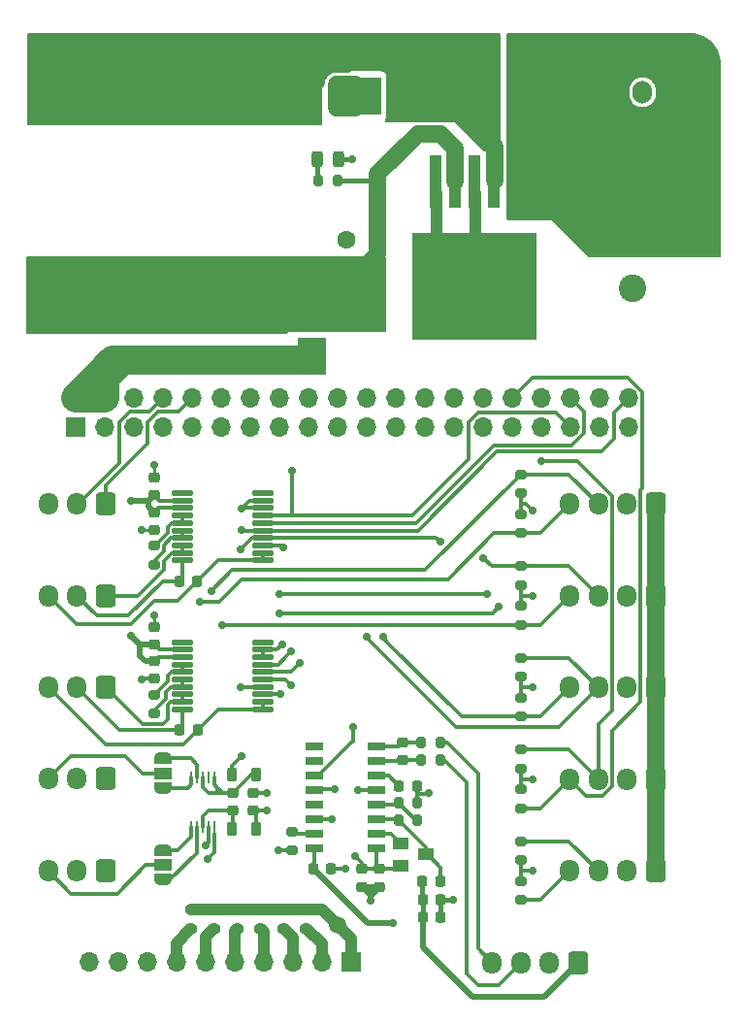
<source format=gbr>
%TF.GenerationSoftware,KiCad,Pcbnew,(6.0.9-0)*%
%TF.CreationDate,2023-01-29T21:41:41+00:00*%
%TF.ProjectId,FiringPi,46697269-6e67-4506-992e-6b696361645f,rev?*%
%TF.SameCoordinates,Original*%
%TF.FileFunction,Copper,L1,Top*%
%TF.FilePolarity,Positive*%
%FSLAX46Y46*%
G04 Gerber Fmt 4.6, Leading zero omitted, Abs format (unit mm)*
G04 Created by KiCad (PCBNEW (6.0.9-0)) date 2023-01-29 21:41:41*
%MOMM*%
%LPD*%
G01*
G04 APERTURE LIST*
G04 Aperture macros list*
%AMRoundRect*
0 Rectangle with rounded corners*
0 $1 Rounding radius*
0 $2 $3 $4 $5 $6 $7 $8 $9 X,Y pos of 4 corners*
0 Add a 4 corners polygon primitive as box body*
4,1,4,$2,$3,$4,$5,$6,$7,$8,$9,$2,$3,0*
0 Add four circle primitives for the rounded corners*
1,1,$1+$1,$2,$3*
1,1,$1+$1,$4,$5*
1,1,$1+$1,$6,$7*
1,1,$1+$1,$8,$9*
0 Add four rect primitives between the rounded corners*
20,1,$1+$1,$2,$3,$4,$5,0*
20,1,$1+$1,$4,$5,$6,$7,0*
20,1,$1+$1,$6,$7,$8,$9,0*
20,1,$1+$1,$8,$9,$2,$3,0*%
%AMFreePoly0*
4,1,22,0.550000,-0.750000,0.000000,-0.750000,0.000000,-0.745033,-0.079941,-0.743568,-0.215256,-0.701293,-0.333266,-0.622738,-0.424486,-0.514219,-0.481581,-0.384460,-0.499164,-0.250000,-0.500000,-0.250000,-0.500000,0.250000,-0.499164,0.250000,-0.499963,0.256109,-0.478152,0.396186,-0.417904,0.524511,-0.324060,0.630769,-0.204165,0.706417,-0.067858,0.745374,0.000000,0.744959,0.000000,0.750000,
0.550000,0.750000,0.550000,-0.750000,0.550000,-0.750000,$1*%
%AMFreePoly1*
4,1,20,0.000000,0.744959,0.073905,0.744508,0.209726,0.703889,0.328688,0.626782,0.421226,0.519385,0.479903,0.390333,0.500000,0.250000,0.500000,-0.250000,0.499851,-0.262216,0.476331,-0.402017,0.414519,-0.529596,0.319384,-0.634700,0.198574,-0.708877,0.061801,-0.746166,0.000000,-0.745033,0.000000,-0.750000,-0.550000,-0.750000,-0.550000,0.750000,0.000000,0.750000,0.000000,0.744959,
0.000000,0.744959,$1*%
G04 Aperture macros list end*
%TA.AperFunction,SMDPad,CuDef*%
%ADD10RoundRect,0.225000X-0.225000X-0.250000X0.225000X-0.250000X0.225000X0.250000X-0.225000X0.250000X0*%
%TD*%
%TA.AperFunction,ComponentPad*%
%ADD11R,2.400000X2.400000*%
%TD*%
%TA.AperFunction,ComponentPad*%
%ADD12C,2.400000*%
%TD*%
%TA.AperFunction,SMDPad,CuDef*%
%ADD13RoundRect,0.200000X-0.275000X0.200000X-0.275000X-0.200000X0.275000X-0.200000X0.275000X0.200000X0*%
%TD*%
%TA.AperFunction,SMDPad,CuDef*%
%ADD14FreePoly0,270.000000*%
%TD*%
%TA.AperFunction,SMDPad,CuDef*%
%ADD15R,1.500000X1.000000*%
%TD*%
%TA.AperFunction,SMDPad,CuDef*%
%ADD16FreePoly1,270.000000*%
%TD*%
%TA.AperFunction,ComponentPad*%
%ADD17RoundRect,0.250000X0.600000X0.725000X-0.600000X0.725000X-0.600000X-0.725000X0.600000X-0.725000X0*%
%TD*%
%TA.AperFunction,ComponentPad*%
%ADD18O,1.700000X1.950000*%
%TD*%
%TA.AperFunction,SMDPad,CuDef*%
%ADD19RoundRect,0.218750X0.218750X0.381250X-0.218750X0.381250X-0.218750X-0.381250X0.218750X-0.381250X0*%
%TD*%
%TA.AperFunction,SMDPad,CuDef*%
%ADD20RoundRect,0.225000X0.250000X-0.225000X0.250000X0.225000X-0.250000X0.225000X-0.250000X-0.225000X0*%
%TD*%
%TA.AperFunction,SMDPad,CuDef*%
%ADD21RoundRect,0.200000X0.275000X-0.200000X0.275000X0.200000X-0.275000X0.200000X-0.275000X-0.200000X0*%
%TD*%
%TA.AperFunction,SMDPad,CuDef*%
%ADD22RoundRect,0.225000X-0.250000X0.225000X-0.250000X-0.225000X0.250000X-0.225000X0.250000X0.225000X0*%
%TD*%
%TA.AperFunction,SMDPad,CuDef*%
%ADD23RoundRect,0.200000X-0.200000X-0.275000X0.200000X-0.275000X0.200000X0.275000X-0.200000X0.275000X0*%
%TD*%
%TA.AperFunction,SMDPad,CuDef*%
%ADD24RoundRect,0.243750X0.243750X0.456250X-0.243750X0.456250X-0.243750X-0.456250X0.243750X-0.456250X0*%
%TD*%
%TA.AperFunction,SMDPad,CuDef*%
%ADD25RoundRect,0.218750X0.381250X-0.218750X0.381250X0.218750X-0.381250X0.218750X-0.381250X-0.218750X0*%
%TD*%
%TA.AperFunction,SMDPad,CuDef*%
%ADD26RoundRect,0.125000X-0.825000X-0.125000X0.825000X-0.125000X0.825000X0.125000X-0.825000X0.125000X0*%
%TD*%
%TA.AperFunction,SMDPad,CuDef*%
%ADD27R,1.400000X1.000000*%
%TD*%
%TA.AperFunction,SMDPad,CuDef*%
%ADD28R,2.500000X3.300000*%
%TD*%
%TA.AperFunction,SMDPad,CuDef*%
%ADD29O,17.907000X2.159000*%
%TD*%
%TA.AperFunction,SMDPad,CuDef*%
%ADD30R,1.525000X0.700000*%
%TD*%
%TA.AperFunction,ComponentPad*%
%ADD31RoundRect,0.250000X-0.600000X-0.750000X0.600000X-0.750000X0.600000X0.750000X-0.600000X0.750000X0*%
%TD*%
%TA.AperFunction,ComponentPad*%
%ADD32O,1.700000X2.000000*%
%TD*%
%TA.AperFunction,SMDPad,CuDef*%
%ADD33RoundRect,0.218750X-0.218750X-0.381250X0.218750X-0.381250X0.218750X0.381250X-0.218750X0.381250X0*%
%TD*%
%TA.AperFunction,SMDPad,CuDef*%
%ADD34RoundRect,0.200000X0.200000X0.275000X-0.200000X0.275000X-0.200000X-0.275000X0.200000X-0.275000X0*%
%TD*%
%TA.AperFunction,SMDPad,CuDef*%
%ADD35R,0.250000X1.100000*%
%TD*%
%TA.AperFunction,ComponentPad*%
%ADD36R,1.700000X1.700000*%
%TD*%
%TA.AperFunction,ComponentPad*%
%ADD37O,1.700000X1.700000*%
%TD*%
%TA.AperFunction,SMDPad,CuDef*%
%ADD38R,1.100000X4.600000*%
%TD*%
%TA.AperFunction,SMDPad,CuDef*%
%ADD39R,10.800000X9.400000*%
%TD*%
%TA.AperFunction,SMDPad,CuDef*%
%ADD40RoundRect,0.218750X-0.218750X-0.256250X0.218750X-0.256250X0.218750X0.256250X-0.218750X0.256250X0*%
%TD*%
%TA.AperFunction,ComponentPad*%
%ADD41C,1.600000*%
%TD*%
%TA.AperFunction,ComponentPad*%
%ADD42R,1.600000X1.600000*%
%TD*%
%TA.AperFunction,ViaPad*%
%ADD43C,0.700000*%
%TD*%
%TA.AperFunction,ViaPad*%
%ADD44C,1.500000*%
%TD*%
%TA.AperFunction,Conductor*%
%ADD45C,0.400000*%
%TD*%
%TA.AperFunction,Conductor*%
%ADD46C,1.500000*%
%TD*%
%TA.AperFunction,Conductor*%
%ADD47C,0.500000*%
%TD*%
%TA.AperFunction,Conductor*%
%ADD48C,0.300000*%
%TD*%
%TA.AperFunction,Conductor*%
%ADD49C,1.000000*%
%TD*%
%TA.AperFunction,Conductor*%
%ADD50C,0.250000*%
%TD*%
%TA.AperFunction,Conductor*%
%ADD51C,2.500000*%
%TD*%
G04 APERTURE END LIST*
D10*
%TO.P,C4,1*%
%TO.N,Net-(C3-Pad1)*%
X63175000Y-98500000D03*
%TO.P,C4,2*%
%TO.N,GND*%
X64725000Y-98500000D03*
%TD*%
D11*
%TO.P,C1,1*%
%TO.N,+24V*%
X81500000Y-40176041D03*
D12*
%TO.P,C1,2*%
%TO.N,GND*%
X81500000Y-45176041D03*
%TD*%
D13*
%TO.P,R22,1*%
%TO.N,+3.3V*%
X71750000Y-80925000D03*
%TO.P,R22,2*%
%TO.N,SDA4*%
X71750000Y-82575000D03*
%TD*%
D14*
%TO.P,JP2,1,A*%
%TO.N,Net-(JP2-Pad1)*%
X40500000Y-94200000D03*
D15*
%TO.P,JP2,2,C*%
%TO.N,Net-(JP2-Pad2)*%
X40500000Y-95500000D03*
D16*
%TO.P,JP2,3,B*%
%TO.N,Net-(JP2-Pad3)*%
X40500000Y-96800000D03*
%TD*%
D10*
%TO.P,C16,1*%
%TO.N,Net-(C16-Pad1)*%
X41975000Y-70750000D03*
%TO.P,C16,2*%
%TO.N,Net-(C16-Pad2)*%
X43525000Y-70750000D03*
%TD*%
D17*
%TO.P,J12,1,Pin_1*%
%TO.N,RX*%
X35500000Y-63975000D03*
D18*
%TO.P,J12,2,Pin_2*%
%TO.N,TX*%
X33000000Y-63975000D03*
%TO.P,J12,3,Pin_3*%
%TO.N,GND*%
X30500000Y-63975000D03*
%TD*%
D19*
%TO.P,FB2,1*%
%TO.N,+5V*%
X48662500Y-92400000D03*
%TO.P,FB2,2*%
%TO.N,Net-(C10-Pad1)*%
X46537500Y-92400000D03*
%TD*%
D13*
%TO.P,R20,1*%
%TO.N,+3.3V*%
X71750000Y-72925000D03*
%TO.P,R20,2*%
%TO.N,SDA3*%
X71750000Y-74575000D03*
%TD*%
D17*
%TO.P,PT0,1,Pin_1*%
%TO.N,+3.3V*%
X83500000Y-64025000D03*
D18*
%TO.P,PT0,2,Pin_2*%
%TO.N,GND*%
X81000000Y-64025000D03*
%TO.P,PT0,3,Pin_3*%
%TO.N,SCL1*%
X78500000Y-64025000D03*
%TO.P,PT0,4,Pin_4*%
%TO.N,SDA1*%
X76000000Y-64025000D03*
%TD*%
D17*
%TO.P,PT6,1,Pin_1*%
%TO.N,+5V*%
X35500000Y-96000000D03*
D18*
%TO.P,PT6,2,Pin_2*%
%TO.N,GND*%
X33000000Y-96000000D03*
%TO.P,PT6,3,Pin_3*%
%TO.N,Net-(JP2-Pad2)*%
X30500000Y-96000000D03*
%TD*%
D20*
%TO.P,C10,1*%
%TO.N,Net-(C10-Pad1)*%
X46600000Y-90775000D03*
%TO.P,C10,2*%
%TO.N,Net-(C10-Pad2)*%
X46600000Y-89225000D03*
%TD*%
D21*
%TO.P,R17,1*%
%TO.N,+3.3V*%
X71750000Y-63075000D03*
%TO.P,R17,2*%
%TO.N,SCL1*%
X71750000Y-61425000D03*
%TD*%
D22*
%TO.P,C9,1*%
%TO.N,+5V*%
X57900000Y-95850000D03*
%TO.P,C9,2*%
%TO.N,GND*%
X57900000Y-97400000D03*
%TD*%
D21*
%TO.P,R9,1*%
%TO.N,RLY5*%
X43000000Y-101075000D03*
%TO.P,R9,2*%
%TO.N,GND*%
X43000000Y-99425000D03*
%TD*%
D20*
%TO.P,C5,1*%
%TO.N,Net-(C5-Pad1)*%
X61400000Y-86375000D03*
%TO.P,C5,2*%
%TO.N,Net-(C5-Pad2)*%
X61400000Y-84825000D03*
%TD*%
D23*
%TO.P,R10,1*%
%TO.N,Net-(C5-Pad1)*%
X63075000Y-86350000D03*
%TO.P,R10,2*%
%TO.N,Net-(LC0-Pad3)*%
X64725000Y-86350000D03*
%TD*%
D24*
%TO.P,D2,1,K*%
%TO.N,GND*%
X55837500Y-33900000D03*
%TO.P,D2,2,A*%
%TO.N,Net-(D2-Pad2)*%
X53962500Y-33900000D03*
%TD*%
D25*
%TO.P,FB1,2*%
%TO.N,Net-(C2-Pad1)*%
X53621320Y-48187500D03*
%TO.P,FB1,1*%
%TO.N,+5V*%
X53621320Y-50312500D03*
%TD*%
D26*
%TO.P,U6,1,~{DRDY}*%
%TO.N,unconnected-(U6-Pad1)*%
X42250000Y-63075000D03*
%TO.P,U6,2,DVDD*%
%TO.N,+3.3V*%
X42250000Y-63725000D03*
%TO.P,U6,3,VDD*%
X42250000Y-64375000D03*
%TO.P,U6,4,BIAS*%
%TO.N,Net-(R15-Pad1)*%
X42250000Y-65025000D03*
%TO.P,U6,5,REFIN+*%
X42250000Y-65675000D03*
%TO.P,U6,6,REFIN-*%
%TO.N,Net-(R15-Pad2)*%
X42250000Y-66325000D03*
%TO.P,U6,7,ISENSOR*%
X42250000Y-66975000D03*
%TO.P,U6,8,FORCE+*%
%TO.N,Net-(RTD0-Pad1)*%
X42250000Y-67625000D03*
%TO.P,U6,9,FORCE2*%
X42250000Y-68275000D03*
%TO.P,U6,10,RTDIN+*%
%TO.N,Net-(C16-Pad1)*%
X42250000Y-68925000D03*
%TO.P,U6,11,RTDIN-*%
%TO.N,Net-(C16-Pad2)*%
X49250000Y-68925000D03*
%TO.P,U6,12,FORCE-*%
X49250000Y-68275000D03*
%TO.P,U6,13,GND*%
%TO.N,GND*%
X49250000Y-67625000D03*
%TO.P,U6,14,SDI*%
%TO.N,MOSI*%
X49250000Y-66975000D03*
%TO.P,U6,15,SCLK*%
%TO.N,SCLK*%
X49250000Y-66325000D03*
%TO.P,U6,16,~{CS}*%
%TO.N,CS0*%
X49250000Y-65675000D03*
%TO.P,U6,17,SDO*%
%TO.N,MISO*%
X49250000Y-65025000D03*
%TO.P,U6,18,DGND*%
%TO.N,GND*%
X49250000Y-64375000D03*
%TO.P,U6,19,GND*%
X49250000Y-63725000D03*
%TO.P,U6,20,NC*%
%TO.N,unconnected-(U6-Pad20)*%
X49250000Y-63075000D03*
%TD*%
D13*
%TO.P,R16,2*%
%TO.N,Net-(R16-Pad2)*%
X39750000Y-82325000D03*
%TO.P,R16,1*%
%TO.N,Net-(R16-Pad1)*%
X39750000Y-80675000D03*
%TD*%
D27*
%TO.P,Q1,B*%
%TO.N,Net-(IC1-Pad2)*%
X61300000Y-93650000D03*
%TO.P,Q1,C*%
%TO.N,Net-(IC1-Pad3)*%
X63500000Y-94600000D03*
%TO.P,Q1,E*%
%TO.N,+5V*%
X61300000Y-95550000D03*
%TD*%
D17*
%TO.P,PT2,1,Pin_1*%
%TO.N,+3.3V*%
X83500000Y-80025000D03*
D18*
%TO.P,PT2,2,Pin_2*%
%TO.N,GND*%
X81000000Y-80025000D03*
%TO.P,PT2,3,Pin_3*%
%TO.N,SCL4*%
X78500000Y-80025000D03*
%TO.P,PT2,4,Pin_4*%
%TO.N,SDA4*%
X76000000Y-80025000D03*
%TD*%
D22*
%TO.P,C13,1*%
%TO.N,+3.3V*%
X39750000Y-64725000D03*
%TO.P,C13,2*%
%TO.N,GND*%
X39750000Y-66275000D03*
%TD*%
D13*
%TO.P,R24,1*%
%TO.N,+3.3V*%
X71750000Y-88925000D03*
%TO.P,R24,2*%
%TO.N,SDA5*%
X71750000Y-90575000D03*
%TD*%
D23*
%TO.P,R13,1*%
%TO.N,Net-(IC1-Pad4)*%
X61075000Y-90100000D03*
%TO.P,R13,2*%
%TO.N,GND*%
X62725000Y-90100000D03*
%TD*%
D14*
%TO.P,JP1,1,A*%
%TO.N,Net-(JP1-Pad1)*%
X40500000Y-86200000D03*
D15*
%TO.P,JP1,2,C*%
%TO.N,Net-(JP1-Pad2)*%
X40500000Y-87500000D03*
D16*
%TO.P,JP1,3,B*%
%TO.N,Net-(JP1-Pad3)*%
X40500000Y-88800000D03*
%TD*%
D13*
%TO.P,R18,1*%
%TO.N,+3.3V*%
X71750000Y-64925000D03*
%TO.P,R18,2*%
%TO.N,SDA1*%
X71750000Y-66575000D03*
%TD*%
D21*
%TO.P,R23,1*%
%TO.N,+3.3V*%
X71750000Y-87075000D03*
%TO.P,R23,2*%
%TO.N,SCL5*%
X71750000Y-85425000D03*
%TD*%
D10*
%TO.P,C6,1*%
%TO.N,Net-(C6-Pad1)*%
X61125000Y-88600000D03*
%TO.P,C6,2*%
%TO.N,GND*%
X62675000Y-88600000D03*
%TD*%
D20*
%TO.P,C14,1*%
%TO.N,+3.3V*%
X39750000Y-76275000D03*
%TO.P,C14,2*%
%TO.N,GND*%
X39750000Y-74725000D03*
%TD*%
D17*
%TO.P,LC0,1,Pin_1*%
%TO.N,Net-(C3-Pad1)*%
X76750000Y-104025000D03*
D18*
%TO.P,LC0,2,Pin_2*%
%TO.N,GND*%
X74250000Y-104025000D03*
%TO.P,LC0,3,Pin_3*%
%TO.N,Net-(LC0-Pad3)*%
X71750000Y-104025000D03*
%TO.P,LC0,4,Pin_4*%
%TO.N,Net-(LC0-Pad4)*%
X69250000Y-104025000D03*
%TD*%
D28*
%TO.P,D1,1,K*%
%TO.N,Net-(D1-Pad1)*%
X65075000Y-28425000D03*
%TO.P,D1,2,A*%
%TO.N,GND*%
X58275000Y-28425000D03*
%TD*%
D10*
%TO.P,C3,1*%
%TO.N,Net-(C3-Pad1)*%
X63175000Y-100100000D03*
%TO.P,C3,2*%
%TO.N,GND*%
X64725000Y-100100000D03*
%TD*%
D13*
%TO.P,R26,1*%
%TO.N,+3.3V*%
X71750000Y-96925000D03*
%TO.P,R26,2*%
%TO.N,SDA6*%
X71750000Y-98575000D03*
%TD*%
D21*
%TO.P,R5,1*%
%TO.N,RLY1*%
X51000000Y-101075000D03*
%TO.P,R5,2*%
%TO.N,GND*%
X51000000Y-99425000D03*
%TD*%
D22*
%TO.P,C8,1*%
%TO.N,+5V*%
X59400000Y-95850000D03*
%TO.P,C8,2*%
%TO.N,GND*%
X59400000Y-97400000D03*
%TD*%
D29*
%TO.P,L7,2*%
%TO.N,Net-(C2-Pad1)*%
X38621320Y-47662320D03*
%TO.P,L7,1*%
%TO.N,Net-(D1-Pad1)*%
X38621320Y-26580320D03*
%TD*%
D20*
%TO.P,C12,1*%
%TO.N,+3.3V*%
X39750000Y-63275000D03*
%TO.P,C12,2*%
%TO.N,GND*%
X39750000Y-61725000D03*
%TD*%
D30*
%TO.P,IC1,1,VSUP*%
%TO.N,+5V*%
X59112000Y-94045000D03*
%TO.P,IC1,2,BASE*%
%TO.N,Net-(IC1-Pad2)*%
X59112000Y-92775000D03*
%TO.P,IC1,3,AVDD*%
%TO.N,Net-(IC1-Pad3)*%
X59112000Y-91505000D03*
%TO.P,IC1,4,VFB*%
%TO.N,Net-(IC1-Pad4)*%
X59112000Y-90235000D03*
%TO.P,IC1,5,AGND*%
%TO.N,GND*%
X59112000Y-88965000D03*
%TO.P,IC1,6,VBG*%
%TO.N,Net-(C6-Pad1)*%
X59112000Y-87695000D03*
%TO.P,IC1,7,INNA*%
%TO.N,Net-(C5-Pad1)*%
X59112000Y-86425000D03*
%TO.P,IC1,8,INPA*%
%TO.N,Net-(C5-Pad2)*%
X59112000Y-85155000D03*
%TO.P,IC1,9,INNB*%
%TO.N,unconnected-(IC1-Pad9)*%
X53688000Y-85155000D03*
%TO.P,IC1,10,INPB*%
%TO.N,unconnected-(IC1-Pad10)*%
X53688000Y-86425000D03*
%TO.P,IC1,11,PD_SCK*%
%TO.N,LC_CLK*%
X53688000Y-87695000D03*
%TO.P,IC1,12,DOUT*%
%TO.N,LC_DAT*%
X53688000Y-88965000D03*
%TO.P,IC1,13,XO*%
%TO.N,unconnected-(IC1-Pad13)*%
X53688000Y-90235000D03*
%TO.P,IC1,14,XI*%
%TO.N,GND*%
X53688000Y-91505000D03*
%TO.P,IC1,15,RATE*%
%TO.N,Net-(IC1-Pad15)*%
X53688000Y-92775000D03*
%TO.P,IC1,16,DVDD*%
%TO.N,+3.3V*%
X53688000Y-94045000D03*
%TD*%
D10*
%TO.P,C7,1*%
%TO.N,+3.3V*%
X53625000Y-95850000D03*
%TO.P,C7,2*%
%TO.N,GND*%
X55175000Y-95850000D03*
%TD*%
D23*
%TO.P,R11,1*%
%TO.N,Net-(C5-Pad2)*%
X63075000Y-84850000D03*
%TO.P,R11,2*%
%TO.N,Net-(LC0-Pad4)*%
X64725000Y-84850000D03*
%TD*%
%TO.P,R12,2*%
%TO.N,Net-(IC1-Pad4)*%
X62725000Y-91600000D03*
%TO.P,R12,1*%
%TO.N,Net-(IC1-Pad3)*%
X61075000Y-91600000D03*
%TD*%
D31*
%TO.P,24V1,1,Pin_1*%
%TO.N,+24V*%
X79871320Y-28096320D03*
D32*
%TO.P,24V1,2,Pin_2*%
%TO.N,GND*%
X82371320Y-28096320D03*
%TD*%
D33*
%TO.P,FB3,1*%
%TO.N,GND*%
X46537500Y-87600000D03*
%TO.P,FB3,2*%
%TO.N,Net-(C10-Pad2)*%
X48662500Y-87600000D03*
%TD*%
D21*
%TO.P,R21,1*%
%TO.N,+3.3V*%
X71750000Y-79075000D03*
%TO.P,R21,2*%
%TO.N,SCL4*%
X71750000Y-77425000D03*
%TD*%
D17*
%TO.P,RTD0,1,Pin_1*%
%TO.N,Net-(RTD0-Pad1)*%
X35500000Y-72000000D03*
D18*
%TO.P,RTD0,2,Pin_2*%
%TO.N,Net-(C16-Pad1)*%
X33000000Y-72000000D03*
%TO.P,RTD0,3,Pin_3*%
%TO.N,Net-(C16-Pad2)*%
X30500000Y-72000000D03*
%TD*%
D34*
%TO.P,R1,2*%
%TO.N,Net-(D2-Pad2)*%
X54075000Y-35800000D03*
%TO.P,R1,1*%
%TO.N,Net-(C2-Pad1)*%
X55725000Y-35800000D03*
%TD*%
D22*
%TO.P,C15,1*%
%TO.N,+3.3V*%
X39750000Y-77725000D03*
%TO.P,C15,2*%
%TO.N,GND*%
X39750000Y-79275000D03*
%TD*%
D20*
%TO.P,C11,1*%
%TO.N,+5V*%
X48400000Y-90775000D03*
%TO.P,C11,2*%
%TO.N,GND*%
X48400000Y-89225000D03*
%TD*%
D21*
%TO.P,R19,1*%
%TO.N,+3.3V*%
X71750000Y-71075000D03*
%TO.P,R19,2*%
%TO.N,SCL3*%
X71750000Y-69425000D03*
%TD*%
%TO.P,R8,1*%
%TO.N,RLY4*%
X45000000Y-101075000D03*
%TO.P,R8,2*%
%TO.N,GND*%
X45000000Y-99425000D03*
%TD*%
%TO.P,R7,1*%
%TO.N,RLY3*%
X47000000Y-101075000D03*
%TO.P,R7,2*%
%TO.N,GND*%
X47000000Y-99425000D03*
%TD*%
D35*
%TO.P,U5,1,ADDR*%
%TO.N,Net-(C10-Pad2)*%
X45000000Y-87850000D03*
%TO.P,U5,2,ALERT/RDY*%
%TO.N,unconnected-(U5-Pad2)*%
X44500000Y-87850000D03*
%TO.P,U5,3,GND*%
%TO.N,Net-(C10-Pad2)*%
X44000000Y-87850000D03*
%TO.P,U5,4,AIN0*%
%TO.N,Net-(JP1-Pad1)*%
X43500000Y-87850000D03*
%TO.P,U5,5,AIN1*%
%TO.N,Net-(JP1-Pad3)*%
X43000000Y-87850000D03*
%TO.P,U5,6,AIN2*%
%TO.N,Net-(JP2-Pad1)*%
X43000000Y-92150000D03*
%TO.P,U5,7,AIN3*%
%TO.N,Net-(JP2-Pad3)*%
X43500000Y-92150000D03*
%TO.P,U5,8,VDD*%
%TO.N,Net-(C10-Pad1)*%
X44000000Y-92150000D03*
%TO.P,U5,9,SDA*%
%TO.N,SDA1*%
X44500000Y-92150000D03*
%TO.P,U5,10,SCL*%
%TO.N,SCL1*%
X45000000Y-92150000D03*
%TD*%
D17*
%TO.P,RTD1,1,Pin_1*%
%TO.N,Net-(RTD1-Pad1)*%
X35500000Y-80000000D03*
D18*
%TO.P,RTD1,2,Pin_2*%
%TO.N,Net-(C17-Pad1)*%
X33000000Y-80000000D03*
%TO.P,RTD1,3,Pin_3*%
%TO.N,Net-(C17-Pad2)*%
X30500000Y-80000000D03*
%TD*%
D10*
%TO.P,C17,1*%
%TO.N,Net-(C17-Pad1)*%
X42000000Y-83750000D03*
%TO.P,C17,2*%
%TO.N,Net-(C17-Pad2)*%
X43550000Y-83750000D03*
%TD*%
D17*
%TO.P,PT5,1,Pin_1*%
%TO.N,+5V*%
X35500000Y-87975000D03*
D18*
%TO.P,PT5,2,Pin_2*%
%TO.N,GND*%
X33000000Y-87975000D03*
%TO.P,PT5,3,Pin_3*%
%TO.N,Net-(JP1-Pad2)*%
X30500000Y-87975000D03*
%TD*%
D36*
%TO.P,RELAY1,1,Pin_1*%
%TO.N,GND*%
X56925000Y-104000000D03*
D37*
%TO.P,RELAY1,2,Pin_2*%
%TO.N,RLY0*%
X54385000Y-104000000D03*
%TO.P,RELAY1,3,Pin_3*%
%TO.N,RLY1*%
X51845000Y-104000000D03*
%TO.P,RELAY1,4,Pin_4*%
%TO.N,RLY2*%
X49305000Y-104000000D03*
%TO.P,RELAY1,5,Pin_5*%
%TO.N,RLY3*%
X46765000Y-104000000D03*
%TO.P,RELAY1,6,Pin_6*%
%TO.N,RLY4*%
X44225000Y-104000000D03*
%TO.P,RELAY1,7,Pin_7*%
%TO.N,RLY5*%
X41685000Y-104000000D03*
%TO.P,RELAY1,8,Pin_8*%
%TO.N,unconnected-(RELAY1-Pad8)*%
X39145000Y-104000000D03*
%TO.P,RELAY1,9,Pin_9*%
%TO.N,unconnected-(RELAY1-Pad9)*%
X36605000Y-104000000D03*
%TO.P,RELAY1,10,Pin_10*%
%TO.N,+5V*%
X34065000Y-104000000D03*
%TD*%
D21*
%TO.P,R25,1*%
%TO.N,+3.3V*%
X71750000Y-95075000D03*
%TO.P,R25,2*%
%TO.N,SCL6*%
X71750000Y-93425000D03*
%TD*%
D17*
%TO.P,PT3,1,Pin_1*%
%TO.N,+3.3V*%
X83500000Y-88025000D03*
D18*
%TO.P,PT3,2,Pin_2*%
%TO.N,GND*%
X81000000Y-88025000D03*
%TO.P,PT3,3,Pin_3*%
%TO.N,SCL5*%
X78500000Y-88025000D03*
%TO.P,PT3,4,Pin_4*%
%TO.N,SDA5*%
X76000000Y-88025000D03*
%TD*%
D21*
%TO.P,R4,1*%
%TO.N,RLY0*%
X53000000Y-101075000D03*
%TO.P,R4,2*%
%TO.N,GND*%
X53000000Y-99425000D03*
%TD*%
D13*
%TO.P,R15,2*%
%TO.N,Net-(R15-Pad2)*%
X39750000Y-69325000D03*
%TO.P,R15,1*%
%TO.N,Net-(R15-Pad1)*%
X39750000Y-67675000D03*
%TD*%
D21*
%TO.P,R14,1*%
%TO.N,+5V*%
X51800000Y-94225000D03*
%TO.P,R14,2*%
%TO.N,Net-(IC1-Pad15)*%
X51800000Y-92575000D03*
%TD*%
D17*
%TO.P,PT1,1,Pin_1*%
%TO.N,+3.3V*%
X83500000Y-72050000D03*
D18*
%TO.P,PT1,2,Pin_2*%
%TO.N,GND*%
X81000000Y-72050000D03*
%TO.P,PT1,3,Pin_3*%
%TO.N,SCL3*%
X78500000Y-72050000D03*
%TO.P,PT1,4,Pin_4*%
%TO.N,SDA3*%
X76000000Y-72050000D03*
%TD*%
D21*
%TO.P,R6,1*%
%TO.N,RLY2*%
X49000000Y-101075000D03*
%TO.P,R6,2*%
%TO.N,GND*%
X49000000Y-99425000D03*
%TD*%
D18*
%TO.P,PT4,4,Pin_4*%
%TO.N,SDA6*%
X76000000Y-96025000D03*
%TO.P,PT4,3,Pin_3*%
%TO.N,SCL6*%
X78500000Y-96025000D03*
%TO.P,PT4,2,Pin_2*%
%TO.N,GND*%
X81000000Y-96025000D03*
D17*
%TO.P,PT4,1,Pin_1*%
%TO.N,+3.3V*%
X83500000Y-96025000D03*
%TD*%
D26*
%TO.P,U7,1,~{DRDY}*%
%TO.N,unconnected-(U7-Pad1)*%
X42250000Y-76075000D03*
%TO.P,U7,2,DVDD*%
%TO.N,+3.3V*%
X42250000Y-76725000D03*
%TO.P,U7,3,VDD*%
X42250000Y-77375000D03*
%TO.P,U7,4,BIAS*%
%TO.N,Net-(R16-Pad1)*%
X42250000Y-78025000D03*
%TO.P,U7,5,REFIN+*%
X42250000Y-78675000D03*
%TO.P,U7,6,REFIN-*%
%TO.N,Net-(R16-Pad2)*%
X42250000Y-79325000D03*
%TO.P,U7,7,ISENSOR*%
X42250000Y-79975000D03*
%TO.P,U7,8,FORCE+*%
%TO.N,Net-(RTD1-Pad1)*%
X42250000Y-80625000D03*
%TO.P,U7,9,FORCE2*%
X42250000Y-81275000D03*
%TO.P,U7,10,RTDIN+*%
%TO.N,Net-(C17-Pad1)*%
X42250000Y-81925000D03*
%TO.P,U7,11,RTDIN-*%
%TO.N,Net-(C17-Pad2)*%
X49250000Y-81925000D03*
%TO.P,U7,12,FORCE-*%
X49250000Y-81275000D03*
%TO.P,U7,13,GND*%
%TO.N,GND*%
X49250000Y-80625000D03*
%TO.P,U7,14,SDI*%
%TO.N,MOSI*%
X49250000Y-79975000D03*
%TO.P,U7,15,SCLK*%
%TO.N,SCLK*%
X49250000Y-79325000D03*
%TO.P,U7,16,~{CS}*%
%TO.N,CS1*%
X49250000Y-78675000D03*
%TO.P,U7,17,SDO*%
%TO.N,MISO*%
X49250000Y-78025000D03*
%TO.P,U7,18,DGND*%
%TO.N,GND*%
X49250000Y-77375000D03*
%TO.P,U7,19,GND*%
X49250000Y-76725000D03*
%TO.P,U7,20,NC*%
%TO.N,unconnected-(U7-Pad20)*%
X49250000Y-76075000D03*
%TD*%
D38*
%TO.P,U4,5,~{ON}/OFF*%
%TO.N,GND*%
X64325000Y-35875000D03*
%TO.P,U4,4,FB*%
%TO.N,Net-(C2-Pad1)*%
X66025000Y-35875000D03*
D39*
%TO.P,U4,3,GND*%
%TO.N,GND*%
X67725000Y-45025000D03*
D38*
X67725000Y-35875000D03*
%TO.P,U4,2,OUT*%
%TO.N,Net-(D1-Pad1)*%
X69425000Y-35875000D03*
%TO.P,U4,1,VIN*%
%TO.N,+24V*%
X71125000Y-35875000D03*
%TD*%
D40*
%TO.P,L6,1*%
%TO.N,Net-(C3-Pad1)*%
X63162500Y-96900000D03*
%TO.P,L6,2*%
%TO.N,Net-(IC1-Pad3)*%
X64737500Y-96900000D03*
%TD*%
D41*
%TO.P,C2,2*%
%TO.N,GND*%
X56500000Y-41000000D03*
D42*
%TO.P,C2,1*%
%TO.N,Net-(C2-Pad1)*%
X56500000Y-44500000D03*
%TD*%
D36*
%TO.P,P1,1,Pin_1*%
%TO.N,+3.3V*%
X32900000Y-57290000D03*
D37*
%TO.P,P1,2,Pin_2*%
%TO.N,+5V*%
X32900000Y-54750000D03*
%TO.P,P1,3,Pin_3*%
%TO.N,SDA1*%
X35440000Y-57290000D03*
%TO.P,P1,4,Pin_4*%
%TO.N,+5V*%
X35440000Y-54750000D03*
%TO.P,P1,5,Pin_5*%
%TO.N,SCL1*%
X37980000Y-57290000D03*
%TO.P,P1,6,Pin_6*%
%TO.N,GND*%
X37980000Y-54750000D03*
%TO.P,P1,7,Pin_7*%
%TO.N,SDA3*%
X40520000Y-57290000D03*
%TO.P,P1,8,Pin_8*%
%TO.N,TX*%
X40520000Y-54750000D03*
%TO.P,P1,9,Pin_9*%
%TO.N,GND*%
X43060000Y-57290000D03*
%TO.P,P1,10,Pin_10*%
%TO.N,RX*%
X43060000Y-54750000D03*
%TO.P,P1,11,Pin_11*%
%TO.N,RLY5*%
X45600000Y-57290000D03*
%TO.P,P1,12,Pin_12*%
%TO.N,unconnected-(P1-Pad12)*%
X45600000Y-54750000D03*
%TO.P,P1,13,Pin_13*%
%TO.N,RLY4*%
X48140000Y-57290000D03*
%TO.P,P1,14,Pin_14*%
%TO.N,GND*%
X48140000Y-54750000D03*
%TO.P,P1,15,Pin_15*%
%TO.N,SDA6*%
X50680000Y-57290000D03*
%TO.P,P1,16,Pin_16*%
%TO.N,SCL6*%
X50680000Y-54750000D03*
%TO.P,P1,17,Pin_17*%
%TO.N,+3.3V*%
X53220000Y-57290000D03*
%TO.P,P1,18,Pin_18*%
%TO.N,CS1*%
X53220000Y-54750000D03*
%TO.P,P1,19,Pin_19*%
%TO.N,RLY3*%
X55760000Y-57290000D03*
%TO.P,P1,20,Pin_20*%
%TO.N,GND*%
X55760000Y-54750000D03*
%TO.P,P1,21,Pin_21*%
%TO.N,SCL4*%
X58300000Y-57290000D03*
%TO.P,P1,22,Pin_22*%
%TO.N,LC_CLK*%
X58300000Y-54750000D03*
%TO.P,P1,23,Pin_23*%
%TO.N,RLY2*%
X60840000Y-57290000D03*
%TO.P,P1,24,Pin_24*%
%TO.N,SDA4*%
X60840000Y-54750000D03*
%TO.P,P1,25,Pin_25*%
%TO.N,GND*%
X63380000Y-57290000D03*
%TO.P,P1,26,Pin_26*%
%TO.N,LC_DAT*%
X63380000Y-54750000D03*
%TO.P,P1,27,Pin_27*%
%TO.N,unconnected-(P1-Pad27)*%
X65920000Y-57290000D03*
%TO.P,P1,28,Pin_28*%
%TO.N,unconnected-(P1-Pad28)*%
X65920000Y-54750000D03*
%TO.P,P1,29,Pin_29*%
%TO.N,SCL3*%
X68460000Y-57290000D03*
%TO.P,P1,30,Pin_30*%
%TO.N,GND*%
X68460000Y-54750000D03*
%TO.P,P1,31,Pin_31*%
%TO.N,RLY1*%
X71000000Y-57290000D03*
%TO.P,P1,32,Pin_32*%
%TO.N,SDA5*%
X71000000Y-54750000D03*
%TO.P,P1,33,Pin_33*%
%TO.N,SCL5*%
X73540000Y-57290000D03*
%TO.P,P1,34,Pin_34*%
%TO.N,GND*%
X73540000Y-54750000D03*
%TO.P,P1,35,Pin_35*%
%TO.N,MISO*%
X76080000Y-57290000D03*
%TO.P,P1,36,Pin_36*%
%TO.N,CS0*%
X76080000Y-54750000D03*
%TO.P,P1,37,Pin_37*%
%TO.N,RLY0*%
X78620000Y-57290000D03*
%TO.P,P1,38,Pin_38*%
%TO.N,MOSI*%
X78620000Y-54750000D03*
%TO.P,P1,39,Pin_39*%
%TO.N,GND*%
X81160000Y-57290000D03*
%TO.P,P1,40,Pin_40*%
%TO.N,SCLK*%
X81160000Y-54750000D03*
%TD*%
D43*
%TO.N,GND*%
X65850000Y-98500000D03*
X72250000Y-41250000D03*
X55250000Y-91500000D03*
X58600000Y-98600000D03*
X72250000Y-44250000D03*
X69250000Y-44250000D03*
X67750000Y-45750000D03*
D44*
X55750000Y-100750000D03*
D43*
X66250000Y-44250000D03*
X63250000Y-42750000D03*
X72250000Y-42750000D03*
X70750000Y-47250000D03*
X70750000Y-48750000D03*
X50800000Y-80600000D03*
X64750000Y-41250000D03*
X66250000Y-41250000D03*
X38650000Y-79300000D03*
X57500000Y-89000000D03*
X67750000Y-44250000D03*
X66250000Y-45750000D03*
X70750000Y-45750000D03*
X56400000Y-95800000D03*
X69250000Y-41250000D03*
X63250000Y-48750000D03*
X38650000Y-66300000D03*
X66250000Y-42750000D03*
X72250000Y-47250000D03*
X70750000Y-42750000D03*
X49550000Y-89250000D03*
X70750000Y-44250000D03*
X66250000Y-48750000D03*
X69250000Y-42750000D03*
X69250000Y-47250000D03*
X57000000Y-33900000D03*
X64750000Y-48750000D03*
X47371000Y-64400000D03*
X69250000Y-45750000D03*
X47390500Y-86000000D03*
X64750000Y-44250000D03*
X50925000Y-76250000D03*
X72250000Y-48750000D03*
X67750000Y-42750000D03*
X63250000Y-45750000D03*
X63750000Y-89250000D03*
X67750000Y-41250000D03*
X67750000Y-48750000D03*
X69250000Y-48750000D03*
X67750000Y-47250000D03*
D44*
X55675000Y-27425000D03*
D43*
X63250000Y-44250000D03*
X70750000Y-41250000D03*
X39750000Y-73700000D03*
X64750000Y-45750000D03*
X63250000Y-41250000D03*
X51000000Y-67800000D03*
X64750000Y-42750000D03*
D44*
X55675000Y-29425000D03*
D43*
X64750000Y-47250000D03*
X72250000Y-45750000D03*
X66250000Y-47250000D03*
X63250000Y-47250000D03*
X39750000Y-60650000D03*
%TO.N,+3.3V*%
X72800000Y-64600000D03*
X72750000Y-72000000D03*
X37750000Y-75500000D03*
X72750000Y-80000000D03*
X72750000Y-96000000D03*
X37750000Y-63750000D03*
X60600000Y-100600000D03*
X72750000Y-88000000D03*
%TO.N,+5V*%
X38000000Y-51500000D03*
X42000000Y-51500000D03*
X40000000Y-51500000D03*
X49550000Y-90750000D03*
X57300000Y-94750000D03*
X50600000Y-94200000D03*
%TO.N,LC_CLK*%
X57100000Y-83450000D03*
%TO.N,LC_DAT*%
X55500000Y-88900000D03*
%TO.N,SCL1*%
X44375000Y-94975000D03*
X44750000Y-71575000D03*
%TO.N,SDA1*%
X44249500Y-93800000D03*
X43750000Y-72550000D03*
%TO.N,SCL3*%
X68500000Y-68700000D03*
%TO.N,SDA3*%
X45680000Y-74560000D03*
%TO.N,SCL4*%
X58300000Y-75600000D03*
%TO.N,SDA4*%
X59700000Y-75600000D03*
%TO.N,SCL5*%
X73500000Y-60300000D03*
%TO.N,SCL6*%
X68820000Y-71900000D03*
X50673000Y-71882000D03*
%TO.N,SDA6*%
X50673000Y-73533000D03*
X69850000Y-73000000D03*
%TO.N,CS1*%
X52500000Y-77900000D03*
%TO.N,MISO*%
X51800000Y-61100000D03*
X51700000Y-76900000D03*
%TO.N,MOSI*%
X47300000Y-67945000D03*
X47300000Y-80000000D03*
X64700000Y-67325000D03*
%TO.N,SCLK*%
X51700000Y-79800000D03*
X47371000Y-66294000D03*
%TD*%
D45*
%TO.N,Net-(C3-Pad1)*%
X63175000Y-98500000D02*
X63175000Y-100100000D01*
D46*
%TO.N,Net-(D1-Pad1)*%
X69475000Y-32825000D02*
X69475000Y-35825000D01*
%TO.N,Net-(C2-Pad1)*%
X66025000Y-33025000D02*
X66025000Y-35875000D01*
D45*
%TO.N,Net-(C3-Pad1)*%
X63162500Y-96900000D02*
X63162500Y-98487500D01*
%TO.N,GND*%
X64725000Y-98500000D02*
X65850000Y-98500000D01*
X64725000Y-100100000D02*
X64725000Y-98500000D01*
D47*
%TO.N,Net-(C3-Pad1)*%
X63175000Y-102675000D02*
X63175000Y-100100000D01*
D46*
%TO.N,+24V*%
X78323959Y-37000000D02*
X72000000Y-37000000D01*
X79871320Y-28096320D02*
X79871320Y-35871320D01*
X79871320Y-35871320D02*
X79871320Y-38547361D01*
X78742640Y-37000000D02*
X79871320Y-35871320D01*
X78323959Y-37000000D02*
X78742640Y-37000000D01*
X81500000Y-40176041D02*
X78323959Y-37000000D01*
X79871320Y-38547361D02*
X81500000Y-40176041D01*
D48*
%TO.N,GND*%
X46537500Y-86853000D02*
X47390500Y-86000000D01*
D46*
X55675000Y-27425000D02*
X57275000Y-27425000D01*
D49*
X45000000Y-99425000D02*
X47000000Y-99425000D01*
D48*
X49250000Y-63725000D02*
X48065500Y-63725000D01*
D47*
X58650000Y-97400000D02*
X59400000Y-97400000D01*
D49*
X56925000Y-101925000D02*
X55750000Y-100750000D01*
D48*
X48065500Y-63725000D02*
X47390500Y-64400000D01*
D47*
X57900000Y-97400000D02*
X58650000Y-97400000D01*
D50*
X38675000Y-66275000D02*
X38650000Y-66300000D01*
D47*
X58600000Y-98600000D02*
X58600000Y-97450000D01*
D48*
X47415500Y-64375000D02*
X47390500Y-64400000D01*
X49250000Y-64375000D02*
X47415500Y-64375000D01*
X48400000Y-89225000D02*
X49525000Y-89225000D01*
X49250000Y-67625000D02*
X50825000Y-67625000D01*
D47*
X58600000Y-98600000D02*
X58600000Y-98100000D01*
D48*
X62725000Y-89275000D02*
X62725000Y-88650000D01*
D46*
X57275000Y-27425000D02*
X58275000Y-28425000D01*
D48*
X39750000Y-79275000D02*
X38675000Y-79275000D01*
D47*
X58600000Y-97450000D02*
X58650000Y-97400000D01*
D49*
X56925000Y-104000000D02*
X56925000Y-101925000D01*
D46*
X57275000Y-29425000D02*
X58275000Y-28425000D01*
D50*
X39750000Y-61725000D02*
X39750000Y-60650000D01*
D48*
X58600000Y-98600000D02*
X58650000Y-98550000D01*
X62725000Y-89275000D02*
X63725000Y-89275000D01*
D47*
X58600000Y-98200000D02*
X59400000Y-97400000D01*
D48*
X46537500Y-87600000D02*
X46537500Y-86853000D01*
X50775000Y-80625000D02*
X50800000Y-80600000D01*
D45*
X55837500Y-33900000D02*
X57000000Y-33900000D01*
D49*
X51000000Y-99425000D02*
X49000000Y-99425000D01*
D47*
X58600000Y-98100000D02*
X57900000Y-97400000D01*
D48*
X55245000Y-91505000D02*
X55250000Y-91500000D01*
D49*
X53000000Y-99425000D02*
X51000000Y-99425000D01*
X54425000Y-99425000D02*
X53000000Y-99425000D01*
X45000000Y-99425000D02*
X43000000Y-99425000D01*
D48*
X57535000Y-88965000D02*
X57500000Y-89000000D01*
X55175000Y-95850000D02*
X56350000Y-95850000D01*
D49*
X49000000Y-99425000D02*
X47000000Y-99425000D01*
D48*
X50825000Y-67625000D02*
X51000000Y-67800000D01*
D46*
X55675000Y-29425000D02*
X56675000Y-28425000D01*
D48*
X53688000Y-91505000D02*
X55245000Y-91505000D01*
D49*
X64375000Y-36925000D02*
X64375000Y-42675000D01*
D48*
X49250000Y-80625000D02*
X50775000Y-80625000D01*
X63725000Y-89275000D02*
X63750000Y-89250000D01*
X62725000Y-88650000D02*
X62675000Y-88600000D01*
X59112000Y-88965000D02*
X57535000Y-88965000D01*
D46*
X55675000Y-27425000D02*
X55675000Y-29425000D01*
D50*
X39750000Y-66275000D02*
X38675000Y-66275000D01*
D48*
X50450000Y-76725000D02*
X50925000Y-76250000D01*
D49*
X67775000Y-36925000D02*
X67775000Y-46075000D01*
D48*
X62725000Y-90100000D02*
X62725000Y-89275000D01*
X58600000Y-98600000D02*
X58600000Y-98200000D01*
X49250000Y-77375000D02*
X49250000Y-76725000D01*
D50*
X39750000Y-74725000D02*
X39750000Y-73700000D01*
D48*
X49525000Y-89225000D02*
X49550000Y-89250000D01*
D49*
X55750000Y-100750000D02*
X54425000Y-99425000D01*
D48*
X38675000Y-79275000D02*
X38650000Y-79300000D01*
X56350000Y-95850000D02*
X56400000Y-95800000D01*
D46*
X55675000Y-29425000D02*
X57275000Y-29425000D01*
D48*
X49250000Y-76725000D02*
X50450000Y-76725000D01*
D47*
%TO.N,Net-(C3-Pad1)*%
X67500000Y-107000000D02*
X73775000Y-107000000D01*
X63175000Y-102675000D02*
X67500000Y-107000000D01*
X73775000Y-107000000D02*
X76750000Y-104025000D01*
D48*
%TO.N,Net-(C5-Pad1)*%
X61350000Y-86425000D02*
X61400000Y-86375000D01*
X59112000Y-86425000D02*
X61350000Y-86425000D01*
X61400000Y-86375000D02*
X63050000Y-86375000D01*
X63050000Y-86375000D02*
X63075000Y-86350000D01*
%TO.N,Net-(C5-Pad2)*%
X61070000Y-85155000D02*
X61400000Y-84825000D01*
X59112000Y-85155000D02*
X61070000Y-85155000D01*
X63050000Y-84825000D02*
X63075000Y-84850000D01*
X61400000Y-84825000D02*
X63050000Y-84825000D01*
%TO.N,Net-(C6-Pad1)*%
X60220000Y-87695000D02*
X61125000Y-88600000D01*
X59112000Y-87695000D02*
X60220000Y-87695000D01*
%TO.N,+3.3V*%
X71750000Y-95075000D02*
X71750000Y-96000000D01*
X40200000Y-76725000D02*
X39750000Y-76275000D01*
D46*
X83500000Y-96025000D02*
X83500000Y-88025000D01*
D48*
X71750000Y-64000000D02*
X72200000Y-64000000D01*
X40200000Y-63725000D02*
X39750000Y-63275000D01*
X71750000Y-63075000D02*
X71750000Y-64000000D01*
X71750000Y-96000000D02*
X72750000Y-96000000D01*
X71750000Y-80000000D02*
X71750000Y-80925000D01*
X71750000Y-79075000D02*
X71750000Y-80000000D01*
D47*
X38525000Y-76275000D02*
X38525000Y-77275000D01*
X38525000Y-76275000D02*
X39750000Y-76275000D01*
D48*
X71750000Y-72000000D02*
X71750000Y-72925000D01*
X40100000Y-64375000D02*
X39750000Y-64725000D01*
D47*
X38525000Y-77275000D02*
X38975000Y-77725000D01*
X39275000Y-64250000D02*
X39750000Y-64725000D01*
D48*
X53688000Y-95787000D02*
X53625000Y-95850000D01*
X71750000Y-96000000D02*
X71750000Y-96925000D01*
X71750000Y-71075000D02*
X71750000Y-72000000D01*
X72200000Y-64000000D02*
X72800000Y-64600000D01*
D46*
X83500000Y-80025000D02*
X83500000Y-72050000D01*
D48*
X71750000Y-64000000D02*
X71750000Y-64925000D01*
D46*
X83500000Y-72050000D02*
X83500000Y-64025000D01*
D48*
X71750000Y-88000000D02*
X71750000Y-88925000D01*
D47*
X53625000Y-95850000D02*
X57425000Y-99650000D01*
X38975000Y-77725000D02*
X39750000Y-77725000D01*
D48*
X42250000Y-64375000D02*
X40100000Y-64375000D01*
D47*
X57425000Y-99650000D02*
X58375000Y-100600000D01*
D46*
X83500000Y-88025000D02*
X83500000Y-80025000D01*
D48*
X42250000Y-77375000D02*
X40100000Y-77375000D01*
X71750000Y-72000000D02*
X72750000Y-72000000D01*
X71750000Y-80000000D02*
X72750000Y-80000000D01*
D47*
X37750000Y-63750000D02*
X39275000Y-63750000D01*
X39275000Y-63750000D02*
X39275000Y-64250000D01*
D48*
X42250000Y-76725000D02*
X40200000Y-76725000D01*
D47*
X37750000Y-75500000D02*
X38525000Y-76275000D01*
D48*
X71750000Y-87075000D02*
X71750000Y-88000000D01*
X40100000Y-77375000D02*
X39750000Y-77725000D01*
D47*
X39275000Y-63750000D02*
X39750000Y-63275000D01*
D48*
X42250000Y-63725000D02*
X40200000Y-63725000D01*
D47*
X58375000Y-100600000D02*
X60600000Y-100600000D01*
D48*
X53688000Y-94045000D02*
X53688000Y-95787000D01*
X71750000Y-88000000D02*
X72750000Y-88000000D01*
D51*
%TO.N,+5V*%
X40000000Y-51500000D02*
X42000000Y-51500000D01*
D48*
X59112000Y-95562000D02*
X59400000Y-95850000D01*
X49525000Y-90775000D02*
X49550000Y-90750000D01*
D46*
X53621320Y-50378680D02*
X52500000Y-51500000D01*
X53621320Y-50312500D02*
X53621320Y-50378680D01*
D48*
X57900000Y-95850000D02*
X59400000Y-95850000D01*
X50625000Y-94225000D02*
X50600000Y-94200000D01*
X57900000Y-95350000D02*
X57300000Y-94750000D01*
D51*
X52500000Y-51500000D02*
X42000000Y-51500000D01*
D48*
X51800000Y-94225000D02*
X50625000Y-94225000D01*
X59400000Y-95850000D02*
X61000000Y-95850000D01*
X48662500Y-91037500D02*
X48400000Y-90775000D01*
X48662500Y-92400000D02*
X48662500Y-91037500D01*
X48400000Y-90775000D02*
X49525000Y-90775000D01*
D51*
X32900000Y-54750000D02*
X36150000Y-51500000D01*
X38000000Y-51500000D02*
X40000000Y-51500000D01*
X37000000Y-51500000D02*
X38000000Y-51500000D01*
D48*
X59112000Y-94045000D02*
X59112000Y-95562000D01*
D51*
X35440000Y-54750000D02*
X35440000Y-53060000D01*
D48*
X61000000Y-95850000D02*
X61300000Y-95550000D01*
D51*
X32900000Y-54750000D02*
X35440000Y-54750000D01*
X35440000Y-53060000D02*
X37000000Y-51500000D01*
X36150000Y-51500000D02*
X37000000Y-51500000D01*
D48*
X57900000Y-95850000D02*
X57900000Y-95350000D01*
%TO.N,Net-(C10-Pad1)*%
X46600000Y-90775000D02*
X46600000Y-92337500D01*
X44000000Y-91250000D02*
X44475000Y-90775000D01*
X44000000Y-92150000D02*
X44000000Y-91250000D01*
X46600000Y-92337500D02*
X46537500Y-92400000D01*
X44475000Y-90775000D02*
X46600000Y-90775000D01*
%TO.N,Net-(C10-Pad2)*%
X45237500Y-89087500D02*
X45262500Y-89062500D01*
X45262500Y-88762500D02*
X45412500Y-88912500D01*
X45725000Y-89225000D02*
X46600000Y-89225000D01*
X44000000Y-87850000D02*
X44000000Y-88700000D01*
X45237500Y-89087500D02*
X45125000Y-89200000D01*
X48225000Y-87600000D02*
X46600000Y-89225000D01*
X45000000Y-88500000D02*
X45262500Y-88762500D01*
X48662500Y-87600000D02*
X48225000Y-87600000D01*
X44525000Y-89225000D02*
X45125000Y-89225000D01*
X45125000Y-89200000D02*
X45125000Y-89225000D01*
X45262500Y-89062500D02*
X45262500Y-88762500D01*
X44000000Y-88700000D02*
X44525000Y-89225000D01*
X45125000Y-89225000D02*
X45725000Y-89225000D01*
X45412500Y-88912500D02*
X45237500Y-89087500D01*
X45412500Y-88912500D02*
X45725000Y-89225000D01*
X45000000Y-87850000D02*
X45000000Y-88500000D01*
%TO.N,Net-(C16-Pad1)*%
X40500000Y-70750000D02*
X41975000Y-70750000D01*
X37500000Y-73750000D02*
X40500000Y-70750000D01*
X42250000Y-68925000D02*
X42250000Y-70475000D01*
X42250000Y-70475000D02*
X41975000Y-70750000D01*
X33000000Y-72000000D02*
X34750000Y-73750000D01*
X34750000Y-73750000D02*
X37500000Y-73750000D01*
%TO.N,Net-(C17-Pad1)*%
X42250000Y-83500000D02*
X42250000Y-81925000D01*
X42000000Y-83750000D02*
X36750000Y-83750000D01*
X42000000Y-83750000D02*
X42250000Y-83500000D01*
X36750000Y-83750000D02*
X33000000Y-80000000D01*
D46*
%TO.N,Net-(D1-Pad1)*%
X65075000Y-27950000D02*
X61625000Y-24500000D01*
X65075000Y-28425000D02*
X65075000Y-27950000D01*
X61625000Y-24500000D02*
X54000000Y-24500000D01*
X69475000Y-32825000D02*
X65075000Y-28425000D01*
X51919680Y-26580320D02*
X38621320Y-26580320D01*
X54000000Y-24500000D02*
X51919680Y-26580320D01*
D48*
%TO.N,Net-(IC1-Pad2)*%
X60425000Y-92775000D02*
X61300000Y-93650000D01*
X59112000Y-92775000D02*
X60425000Y-92775000D01*
%TO.N,Net-(IC1-Pad3)*%
X63600000Y-94600000D02*
X64737500Y-95737500D01*
X59112000Y-91505000D02*
X60980000Y-91505000D01*
X61075000Y-91600000D02*
X61100000Y-91600000D01*
X63500000Y-94600000D02*
X63600000Y-94600000D01*
X61100000Y-91600000D02*
X63500000Y-94000000D01*
X63500000Y-94000000D02*
X63500000Y-94600000D01*
X64737500Y-95737500D02*
X64737500Y-96900000D01*
X60980000Y-91505000D02*
X61075000Y-91600000D01*
%TO.N,Net-(IC1-Pad4)*%
X62725000Y-91600000D02*
X62575000Y-91600000D01*
X60940000Y-90235000D02*
X61075000Y-90100000D01*
X62575000Y-91600000D02*
X61075000Y-90100000D01*
X59112000Y-90235000D02*
X60940000Y-90235000D01*
%TO.N,LC_CLK*%
X53688000Y-87695000D02*
X54100500Y-87695000D01*
X57100000Y-84700000D02*
X57100000Y-83450000D01*
X56950000Y-84845500D02*
X56954500Y-84845500D01*
X54100500Y-87695000D02*
X56950000Y-84845500D01*
X56954500Y-84845500D02*
X57100000Y-84700000D01*
%TO.N,LC_DAT*%
X55500000Y-88900000D02*
X53753000Y-88900000D01*
X53753000Y-88900000D02*
X53688000Y-88965000D01*
%TO.N,Net-(IC1-Pad15)*%
X53688000Y-92775000D02*
X52000000Y-92775000D01*
X52000000Y-92775000D02*
X51800000Y-92575000D01*
%TO.N,Net-(JP1-Pad2)*%
X38750000Y-87500000D02*
X40500000Y-87500000D01*
X30500000Y-87975000D02*
X32475000Y-86000000D01*
X32475000Y-86000000D02*
X37250000Y-86000000D01*
X37250000Y-86000000D02*
X38750000Y-87500000D01*
%TO.N,Net-(JP2-Pad2)*%
X30500000Y-96000000D02*
X32500000Y-98000000D01*
X32500000Y-98000000D02*
X36500000Y-98000000D01*
X39000000Y-95500000D02*
X40500000Y-95500000D01*
X36500000Y-98000000D02*
X39000000Y-95500000D01*
D49*
%TO.N,RLY0*%
X53075000Y-101075000D02*
X54385000Y-102385000D01*
X54385000Y-102385000D02*
X54385000Y-104000000D01*
X53000000Y-101075000D02*
X53075000Y-101075000D01*
%TO.N,RLY1*%
X51075000Y-101075000D02*
X51845000Y-101845000D01*
X51000000Y-101075000D02*
X51075000Y-101075000D01*
X51845000Y-101845000D02*
X51845000Y-104000000D01*
%TO.N,RLY2*%
X49000000Y-101075000D02*
X49075000Y-101075000D01*
X49305000Y-101305000D02*
X49305000Y-104000000D01*
X49075000Y-101075000D02*
X49305000Y-101305000D01*
%TO.N,RLY3*%
X47000000Y-101075000D02*
X46925000Y-101075000D01*
X46925000Y-101075000D02*
X46765000Y-101235000D01*
X46765000Y-101235000D02*
X46765000Y-104000000D01*
%TO.N,RLY4*%
X44225000Y-101775000D02*
X44225000Y-104000000D01*
X45000000Y-101075000D02*
X44925000Y-101075000D01*
X44925000Y-101075000D02*
X44225000Y-101775000D01*
%TO.N,RLY5*%
X43000000Y-101075000D02*
X42925000Y-101075000D01*
X41685000Y-102315000D02*
X41685000Y-104000000D01*
X42925000Y-101075000D02*
X41685000Y-102315000D01*
D48*
%TO.N,Net-(LC0-Pad3)*%
X69775000Y-106000000D02*
X68000000Y-106000000D01*
X67000000Y-88275000D02*
X65075000Y-86350000D01*
X68000000Y-106000000D02*
X67000000Y-105000000D01*
X67000000Y-105000000D02*
X67000000Y-88275000D01*
X65075000Y-86350000D02*
X64725000Y-86350000D01*
X71750000Y-104025000D02*
X69775000Y-106000000D01*
%TO.N,Net-(LC0-Pad4)*%
X68000000Y-87500000D02*
X68000000Y-102775000D01*
X64725000Y-84850000D02*
X65350000Y-84850000D01*
X68000000Y-102775000D02*
X69250000Y-104025000D01*
X65350000Y-84850000D02*
X68000000Y-87500000D01*
%TO.N,SCL1*%
X75900000Y-61425000D02*
X78500000Y-64025000D01*
X44375000Y-94975000D02*
X45000000Y-94350000D01*
X71750000Y-61425000D02*
X63412500Y-69762500D01*
X63412500Y-69762500D02*
X46562500Y-69762500D01*
X71750000Y-61425000D02*
X75900000Y-61425000D01*
X46562500Y-69762500D02*
X44750000Y-71575000D01*
X45000000Y-94350000D02*
X45000000Y-92775000D01*
%TO.N,SDA1*%
X43750000Y-72550000D02*
X45433000Y-72550000D01*
X44500000Y-92150000D02*
X44500000Y-93549500D01*
X65388000Y-70612000D02*
X65460000Y-70540000D01*
X65460000Y-70540000D02*
X69425000Y-66575000D01*
X76000000Y-64025000D02*
X73450000Y-66575000D01*
X73450000Y-66575000D02*
X71750000Y-66575000D01*
X69425000Y-66575000D02*
X71750000Y-66575000D01*
X45433000Y-72550000D02*
X47371000Y-70612000D01*
X47371000Y-70612000D02*
X65388000Y-70612000D01*
X44500000Y-93549500D02*
X44249500Y-93800000D01*
%TO.N,SCL3*%
X69225000Y-69425000D02*
X68500000Y-68700000D01*
X71750000Y-69425000D02*
X75875000Y-69425000D01*
X75875000Y-69425000D02*
X78500000Y-72050000D01*
X71750000Y-69425000D02*
X69225000Y-69425000D01*
%TO.N,SDA3*%
X76000000Y-72050000D02*
X73475000Y-74575000D01*
X73475000Y-74575000D02*
X71750000Y-74575000D01*
X45695000Y-74575000D02*
X45680000Y-74560000D01*
X71750000Y-74575000D02*
X45695000Y-74575000D01*
%TO.N,SCL4*%
X71750000Y-77425000D02*
X75900000Y-77425000D01*
X70072183Y-83500000D02*
X66900000Y-83500000D01*
X75900000Y-77425000D02*
X78500000Y-80025000D01*
X58300000Y-75700000D02*
X58300000Y-75600000D01*
X66100000Y-83500000D02*
X58300000Y-75700000D01*
X70072183Y-83500000D02*
X75025000Y-83500000D01*
X75025000Y-83500000D02*
X78500000Y-80025000D01*
X66900000Y-83500000D02*
X66100000Y-83500000D01*
%TO.N,SDA4*%
X71750000Y-82575000D02*
X66575000Y-82575000D01*
X71750000Y-82575000D02*
X73450000Y-82575000D01*
X73450000Y-82575000D02*
X76000000Y-80025000D01*
X60100000Y-76100000D02*
X59700000Y-75700000D01*
X59700000Y-75700000D02*
X59700000Y-75600000D01*
X66575000Y-82575000D02*
X60100000Y-76100000D01*
%TO.N,SCL5*%
X79700000Y-82000000D02*
X78500000Y-83200000D01*
X79700000Y-63302944D02*
X79700000Y-82000000D01*
X71750000Y-85425000D02*
X75900000Y-85425000D01*
X78500000Y-83200000D02*
X78500000Y-88025000D01*
X73500000Y-60300000D02*
X76697056Y-60300000D01*
X76697056Y-60300000D02*
X79700000Y-63302944D01*
X75900000Y-85425000D02*
X78500000Y-88025000D01*
%TO.N,SDA5*%
X81107057Y-53000000D02*
X82360000Y-54252943D01*
X71750000Y-90575000D02*
X73450000Y-90575000D01*
X78847056Y-89500000D02*
X77475000Y-89500000D01*
X73450000Y-90575000D02*
X76000000Y-88025000D01*
X82360000Y-54252943D02*
X82360000Y-62640000D01*
X77475000Y-89500000D02*
X76000000Y-88025000D01*
X72750000Y-53000000D02*
X81107057Y-53000000D01*
X82200000Y-81300000D02*
X79700000Y-83800000D01*
X79700000Y-83800000D02*
X79700000Y-88647056D01*
X79700000Y-88647056D02*
X78847056Y-89500000D01*
X82200000Y-62800000D02*
X82200000Y-81300000D01*
X71000000Y-54750000D02*
X72750000Y-53000000D01*
X82360000Y-62640000D02*
X82200000Y-62800000D01*
%TO.N,SCL6*%
X50673000Y-71882000D02*
X68802000Y-71882000D01*
X75900000Y-93425000D02*
X78500000Y-96025000D01*
X71750000Y-93425000D02*
X75900000Y-93425000D01*
X68802000Y-71882000D02*
X68820000Y-71900000D01*
%TO.N,SDA6*%
X50673000Y-73533000D02*
X69323000Y-73533000D01*
X73450000Y-98575000D02*
X76000000Y-96025000D01*
X69323000Y-73527000D02*
X69850000Y-73000000D01*
X71750000Y-98575000D02*
X73450000Y-98575000D01*
X69323000Y-73533000D02*
X69323000Y-73527000D01*
%TO.N,TX*%
X33000000Y-63975000D02*
X33125000Y-63975000D01*
X33125000Y-63975000D02*
X36675000Y-60425000D01*
X36675000Y-56897943D02*
X37622943Y-55950000D01*
X36675000Y-60425000D02*
X36675000Y-56897943D01*
X37622943Y-55950000D02*
X39320000Y-55950000D01*
X39320000Y-55950000D02*
X40520000Y-54750000D01*
%TO.N,RX*%
X39180000Y-56895000D02*
X40125000Y-55950000D01*
X35500000Y-62425000D02*
X39180000Y-58745000D01*
X35500000Y-63975000D02*
X35500000Y-62425000D01*
X39180000Y-58745000D02*
X39180000Y-56895000D01*
X40125000Y-55950000D02*
X41860000Y-55950000D01*
X41860000Y-55950000D02*
X43060000Y-54750000D01*
%TO.N,Net-(RTD0-Pad1)*%
X41278249Y-68275000D02*
X42250000Y-68275000D01*
X40575000Y-69752817D02*
X40575000Y-68978249D01*
X40575000Y-68978249D02*
X41278249Y-68275000D01*
X35500000Y-72000000D02*
X38327817Y-72000000D01*
X38327817Y-72000000D02*
X40575000Y-69752817D01*
X42250000Y-68275000D02*
X42250000Y-67625000D01*
%TO.N,Net-(RTD1-Pad1)*%
X42250000Y-81275000D02*
X42250000Y-80625000D01*
X42250000Y-81275000D02*
X41225000Y-81275000D01*
X40950000Y-81550000D02*
X40950000Y-82800000D01*
X40500000Y-83250000D02*
X38750000Y-83250000D01*
X38750000Y-83250000D02*
X35500000Y-80000000D01*
X41225000Y-81275000D02*
X40950000Y-81550000D01*
X40950000Y-82800000D02*
X40500000Y-83250000D01*
%TO.N,Net-(JP1-Pad1)*%
X42950000Y-86200000D02*
X43500000Y-86750000D01*
X43500000Y-86750000D02*
X43500000Y-87850000D01*
X40500000Y-86200000D02*
X42950000Y-86200000D01*
%TO.N,Net-(JP1-Pad3)*%
X42700000Y-88800000D02*
X43000000Y-88500000D01*
X40500000Y-88800000D02*
X42700000Y-88800000D01*
X43000000Y-88500000D02*
X43000000Y-87850000D01*
%TO.N,Net-(JP2-Pad1)*%
X43000000Y-93000000D02*
X43000000Y-92150000D01*
X41800000Y-94200000D02*
X43000000Y-93000000D01*
X40500000Y-94200000D02*
X41800000Y-94200000D01*
%TO.N,Net-(JP2-Pad3)*%
X40500000Y-96800000D02*
X41150000Y-96800000D01*
X41150000Y-96800000D02*
X43500000Y-94450000D01*
X43500000Y-94450000D02*
X43500000Y-92150000D01*
%TO.N,CS1*%
X51725000Y-78675000D02*
X52500000Y-77900000D01*
X49250000Y-78675000D02*
X51725000Y-78675000D01*
%TO.N,MISO*%
X51975000Y-65025000D02*
X49250000Y-65025000D01*
X67200000Y-56852943D02*
X68052943Y-56000000D01*
X68052943Y-56000000D02*
X74790000Y-56000000D01*
X50575000Y-78025000D02*
X51300000Y-77300000D01*
X74790000Y-56000000D02*
X76080000Y-57290000D01*
X51800000Y-64850000D02*
X51975000Y-65025000D01*
X51300000Y-77300000D02*
X51700000Y-76900000D01*
X49250000Y-78025000D02*
X50575000Y-78025000D01*
X51800000Y-61100000D02*
X51800000Y-64850000D01*
X67200000Y-60100000D02*
X67200000Y-56852943D01*
X51975000Y-65025000D02*
X62275000Y-65025000D01*
X62275000Y-65025000D02*
X67200000Y-60100000D01*
%TO.N,CS0*%
X69400000Y-58900000D02*
X62625000Y-65675000D01*
X77280000Y-55950000D02*
X77280000Y-57787057D01*
X77280000Y-57787057D02*
X76167057Y-58900000D01*
X76167057Y-58900000D02*
X69400000Y-58900000D01*
X62625000Y-65675000D02*
X49250000Y-65675000D01*
X76080000Y-54750000D02*
X77280000Y-55950000D01*
%TO.N,MOSI*%
X64175000Y-66975000D02*
X64350000Y-66975000D01*
X47325000Y-79975000D02*
X47300000Y-80000000D01*
X49250000Y-79975000D02*
X47325000Y-79975000D01*
X64350000Y-66975000D02*
X64700000Y-67325000D01*
X47300000Y-67945000D02*
X48270000Y-66975000D01*
X48270000Y-66975000D02*
X49250000Y-66975000D01*
X64175000Y-66975000D02*
X49250000Y-66975000D01*
%TO.N,SCLK*%
X78750000Y-59450000D02*
X79900000Y-58300000D01*
X49250000Y-66325000D02*
X62775000Y-66325000D01*
X62775000Y-66325000D02*
X69650000Y-59450000D01*
X47402000Y-66325000D02*
X47371000Y-66294000D01*
X49250000Y-79325000D02*
X51225000Y-79325000D01*
X79900000Y-58300000D02*
X79900000Y-56010000D01*
X79900000Y-56010000D02*
X81160000Y-54750000D01*
X49250000Y-66325000D02*
X47402000Y-66325000D01*
X51225000Y-79325000D02*
X51700000Y-79800000D01*
X69650000Y-59450000D02*
X78750000Y-59450000D01*
%TO.N,Net-(R15-Pad1)*%
X39750000Y-67675000D02*
X39825000Y-67675000D01*
X41278249Y-65675000D02*
X42250000Y-65675000D01*
X40950000Y-66550000D02*
X40950000Y-66003249D01*
X40950000Y-66003249D02*
X41278249Y-65675000D01*
X39825000Y-67675000D02*
X40950000Y-66550000D01*
X42250000Y-65025000D02*
X42250000Y-65675000D01*
%TO.N,Net-(R15-Pad2)*%
X42250000Y-66325000D02*
X42250000Y-66975000D01*
X39750000Y-69325000D02*
X39750000Y-69000000D01*
X40575000Y-67632106D02*
X41232106Y-66975000D01*
X39750000Y-69000000D02*
X40575000Y-68175000D01*
X40575000Y-68175000D02*
X40575000Y-67632106D01*
X41232106Y-66975000D02*
X42250000Y-66975000D01*
%TO.N,Net-(R16-Pad1)*%
X40950000Y-79003249D02*
X41278249Y-78675000D01*
X39750000Y-80675000D02*
X40950000Y-79475000D01*
X40950000Y-79475000D02*
X40950000Y-79003249D01*
X41278249Y-78675000D02*
X42250000Y-78675000D01*
X42250000Y-78675000D02*
X42250000Y-78025000D01*
%TO.N,Net-(R16-Pad2)*%
X39750000Y-82325000D02*
X39750000Y-82000000D01*
X42250000Y-79975000D02*
X42250000Y-79325000D01*
X39750000Y-82000000D02*
X40750000Y-81000000D01*
X40750000Y-80382106D02*
X41157106Y-79975000D01*
X40750000Y-81000000D02*
X40750000Y-80382106D01*
X41157106Y-79975000D02*
X42250000Y-79975000D01*
%TO.N,Net-(C16-Pad2)*%
X30500000Y-72000000D02*
X33000000Y-74500000D01*
X45350000Y-68925000D02*
X49250000Y-68925000D01*
X43525000Y-70750000D02*
X45350000Y-68925000D01*
X49250000Y-68925000D02*
X49250000Y-68275000D01*
X33000000Y-74500000D02*
X37750000Y-74500000D01*
X37750000Y-74500000D02*
X39750000Y-72500000D01*
X41775000Y-72500000D02*
X43525000Y-70750000D01*
X39750000Y-72500000D02*
X41775000Y-72500000D01*
%TO.N,Net-(C17-Pad2)*%
X35500000Y-85000000D02*
X30500000Y-80000000D01*
X49250000Y-81275000D02*
X49250000Y-81925000D01*
X45375000Y-81925000D02*
X49250000Y-81925000D01*
X43550000Y-83750000D02*
X45375000Y-81925000D01*
X42300000Y-85000000D02*
X43550000Y-83750000D01*
X42300000Y-85000000D02*
X35500000Y-85000000D01*
D45*
%TO.N,Net-(D2-Pad2)*%
X53962500Y-33900000D02*
X53962500Y-35687500D01*
X53962500Y-35687500D02*
X54075000Y-35800000D01*
D46*
%TO.N,Net-(C2-Pad1)*%
X38621320Y-47662320D02*
X53096140Y-47662320D01*
X62750000Y-31750000D02*
X59250000Y-35250000D01*
D45*
X55725000Y-35800000D02*
X58700000Y-35800000D01*
D46*
X64750000Y-31750000D02*
X62750000Y-31750000D01*
X66025000Y-33025000D02*
X64750000Y-31750000D01*
X59250000Y-42250000D02*
X57000000Y-44500000D01*
X53096140Y-47662320D02*
X53621320Y-48187500D01*
D45*
X58700000Y-35800000D02*
X59250000Y-35250000D01*
D46*
X57000000Y-44500000D02*
X56500000Y-44500000D01*
X53621320Y-47378680D02*
X56500000Y-44500000D01*
X53621320Y-48187500D02*
X53621320Y-47378680D01*
X59250000Y-35250000D02*
X59250000Y-42250000D01*
%TD*%
%TA.AperFunction,Conductor*%
%TO.N,+5V*%
G36*
X54709191Y-49518907D02*
G01*
X54745155Y-49568407D01*
X54750000Y-49599000D01*
X54750000Y-52651000D01*
X54731093Y-52709191D01*
X54681593Y-52745155D01*
X54651000Y-52750000D01*
X52349000Y-52750000D01*
X52290809Y-52731093D01*
X52254845Y-52681593D01*
X52250000Y-52651000D01*
X52250000Y-49599000D01*
X52268907Y-49540809D01*
X52318407Y-49504845D01*
X52349000Y-49500000D01*
X54651000Y-49500000D01*
X54709191Y-49518907D01*
G37*
%TD.AperFunction*%
%TD*%
%TA.AperFunction,Conductor*%
%TO.N,Net-(C2-Pad1)*%
G36*
X59942121Y-42420002D02*
G01*
X59988614Y-42473658D01*
X60000000Y-42526000D01*
X60000000Y-48874000D01*
X59979998Y-48942121D01*
X59926342Y-48988614D01*
X59874000Y-49000000D01*
X51500000Y-49000000D01*
X51489496Y-49008403D01*
X51284514Y-49172389D01*
X51218825Y-49199325D01*
X51205802Y-49200000D01*
X28726000Y-49200000D01*
X28657879Y-49179998D01*
X28611386Y-49126342D01*
X28600000Y-49074000D01*
X28600000Y-42526000D01*
X28620002Y-42457879D01*
X28673658Y-42411386D01*
X28726000Y-42400000D01*
X59874000Y-42400000D01*
X59942121Y-42420002D01*
G37*
%TD.AperFunction*%
%TD*%
%TA.AperFunction,Conductor*%
%TO.N,Net-(D1-Pad1)*%
G36*
X69942121Y-22941822D02*
G01*
X69988614Y-22995478D01*
X70000000Y-23047820D01*
X70000000Y-33124000D01*
X69979998Y-33192121D01*
X69926342Y-33238614D01*
X69874000Y-33250000D01*
X68552190Y-33250000D01*
X68484069Y-33229998D01*
X68463095Y-33213095D01*
X66000000Y-30750000D01*
X65091477Y-30750000D01*
X65053379Y-30744102D01*
X65008917Y-30729998D01*
X64969468Y-30717484D01*
X64963954Y-30716866D01*
X64958644Y-30715242D01*
X64862173Y-30705442D01*
X64861038Y-30705321D01*
X64830366Y-30701881D01*
X64812634Y-30699892D01*
X64812628Y-30699892D01*
X64809136Y-30699500D01*
X64805610Y-30699500D01*
X64804141Y-30699418D01*
X64798455Y-30698971D01*
X64773916Y-30696478D01*
X64759811Y-30695045D01*
X64759808Y-30695045D01*
X64753685Y-30694423D01*
X64709846Y-30698567D01*
X64705890Y-30698941D01*
X64694032Y-30699500D01*
X62814132Y-30699500D01*
X62800524Y-30698763D01*
X62767178Y-30695140D01*
X62767174Y-30695140D01*
X62761053Y-30694475D01*
X62743168Y-30696040D01*
X62709028Y-30699026D01*
X62704204Y-30699355D01*
X62701241Y-30699500D01*
X62698159Y-30699500D01*
X62691152Y-30700187D01*
X62653608Y-30703868D01*
X62652295Y-30703990D01*
X62605414Y-30708092D01*
X62555824Y-30712430D01*
X62550495Y-30713978D01*
X62544970Y-30714520D01*
X62528976Y-30719349D01*
X62452273Y-30742507D01*
X62451055Y-30742868D01*
X62443729Y-30744997D01*
X62408576Y-30750000D01*
X60026000Y-30750000D01*
X59957879Y-30729998D01*
X59911386Y-30676342D01*
X59900000Y-30624000D01*
X59900000Y-30451234D01*
X59920002Y-30383113D01*
X59925174Y-30375669D01*
X59963142Y-30325009D01*
X59963144Y-30325005D01*
X59968526Y-30317824D01*
X60018851Y-30183580D01*
X60025500Y-30122377D01*
X60025499Y-26727624D01*
X60025130Y-26724224D01*
X60019705Y-26674278D01*
X60019704Y-26674274D01*
X60018851Y-26666420D01*
X59968526Y-26532176D01*
X59963146Y-26524997D01*
X59963144Y-26524994D01*
X59887928Y-26424635D01*
X59882546Y-26417454D01*
X59875365Y-26412072D01*
X59775006Y-26336856D01*
X59775003Y-26336854D01*
X59767824Y-26331474D01*
X59678439Y-26297966D01*
X59640975Y-26283921D01*
X59640973Y-26283921D01*
X59633580Y-26281149D01*
X59625730Y-26280296D01*
X59625729Y-26280296D01*
X59575774Y-26274869D01*
X59575773Y-26274869D01*
X59572377Y-26274500D01*
X58275190Y-26274500D01*
X56977624Y-26274501D01*
X56974230Y-26274870D01*
X56974224Y-26274870D01*
X56924278Y-26280295D01*
X56924274Y-26280296D01*
X56916420Y-26281149D01*
X56782176Y-26331474D01*
X56774997Y-26336854D01*
X56774994Y-26336856D01*
X56758356Y-26349326D01*
X56691849Y-26374174D01*
X56682791Y-26374500D01*
X55737089Y-26374500D01*
X55723919Y-26373810D01*
X55688498Y-26370087D01*
X55688496Y-26370087D01*
X55682369Y-26369443D01*
X55630054Y-26374204D01*
X55625817Y-26374500D01*
X55623159Y-26374500D01*
X55576456Y-26379079D01*
X55575581Y-26379161D01*
X55483344Y-26387555D01*
X55483343Y-26387555D01*
X55477203Y-26388114D01*
X55473653Y-26389159D01*
X55469970Y-26389520D01*
X55464075Y-26391300D01*
X55464069Y-26391301D01*
X55375388Y-26418076D01*
X55374545Y-26418328D01*
X55285479Y-26444541D01*
X55285475Y-26444543D01*
X55279572Y-26446280D01*
X55276290Y-26447996D01*
X55272749Y-26449065D01*
X55185361Y-26495530D01*
X55184713Y-26495871D01*
X55102460Y-26538872D01*
X55102455Y-26538875D01*
X55097002Y-26541726D01*
X55094121Y-26544042D01*
X55090849Y-26545782D01*
X55086071Y-26549679D01*
X55014150Y-26608336D01*
X55013466Y-26608890D01*
X54941246Y-26666956D01*
X54941243Y-26666959D01*
X54936447Y-26670815D01*
X54934069Y-26673649D01*
X54931200Y-26675989D01*
X54927278Y-26680730D01*
X54868045Y-26752330D01*
X54867631Y-26752827D01*
X54804024Y-26828630D01*
X54802241Y-26831874D01*
X54799882Y-26834725D01*
X54796954Y-26840141D01*
X54752813Y-26921777D01*
X54752477Y-26922394D01*
X54704776Y-27009162D01*
X54703657Y-27012690D01*
X54701897Y-27015945D01*
X54700075Y-27021832D01*
X54672656Y-27110407D01*
X54672400Y-27111223D01*
X54642484Y-27205532D01*
X54642071Y-27209211D01*
X54640977Y-27212746D01*
X54640334Y-27218864D01*
X54640333Y-27218869D01*
X54630642Y-27311082D01*
X54630554Y-27311892D01*
X54619520Y-27410262D01*
X54619830Y-27413951D01*
X54619443Y-27417631D01*
X54620002Y-27423771D01*
X54619958Y-27429942D01*
X54617483Y-27429924D01*
X54605841Y-27488903D01*
X54592498Y-27509376D01*
X54411316Y-27735854D01*
X54411315Y-27735856D01*
X54400000Y-27750000D01*
X54400000Y-30874000D01*
X54379998Y-30942121D01*
X54326342Y-30988614D01*
X54274000Y-31000000D01*
X28776000Y-31000000D01*
X28707879Y-30979998D01*
X28661386Y-30926342D01*
X28650000Y-30874000D01*
X28650000Y-23047820D01*
X28670002Y-22979699D01*
X28723658Y-22933206D01*
X28776000Y-22921820D01*
X69874000Y-22921820D01*
X69942121Y-22941822D01*
G37*
%TD.AperFunction*%
%TD*%
%TA.AperFunction,Conductor*%
%TO.N,+24V*%
G36*
X86484563Y-22923734D02*
G01*
X86500000Y-22926456D01*
X86510855Y-22924542D01*
X86521294Y-22924542D01*
X86534509Y-22923758D01*
X86795186Y-22938397D01*
X86809218Y-22939978D01*
X86951470Y-22964148D01*
X87093717Y-22988317D01*
X87107492Y-22991461D01*
X87192906Y-23016068D01*
X87384795Y-23071351D01*
X87398115Y-23076012D01*
X87664732Y-23186449D01*
X87677455Y-23192576D01*
X87868742Y-23298297D01*
X87930025Y-23332167D01*
X87941978Y-23339677D01*
X88177345Y-23506680D01*
X88188376Y-23515478D01*
X88403555Y-23707776D01*
X88413546Y-23717767D01*
X88605828Y-23932932D01*
X88614638Y-23943979D01*
X88781628Y-24179332D01*
X88789145Y-24191296D01*
X88928728Y-24443854D01*
X88934859Y-24456585D01*
X89045290Y-24723194D01*
X89049957Y-24736530D01*
X89129844Y-25013826D01*
X89132986Y-25027594D01*
X89181323Y-25312094D01*
X89182905Y-25326135D01*
X89197547Y-25586891D01*
X89196778Y-25599856D01*
X89196778Y-25610463D01*
X89194864Y-25621318D01*
X89196778Y-25632172D01*
X89197586Y-25636755D01*
X89199500Y-25658634D01*
X89199500Y-42374000D01*
X89179498Y-42442121D01*
X89125842Y-42488614D01*
X89073500Y-42500000D01*
X77802190Y-42500000D01*
X77734069Y-42479998D01*
X77713095Y-42463095D01*
X74500000Y-39250000D01*
X70626000Y-39250000D01*
X70557879Y-39229998D01*
X70511386Y-39176342D01*
X70500000Y-39124000D01*
X70500000Y-36087667D01*
X70504830Y-36056464D01*
X70504372Y-36056367D01*
X70505653Y-36050340D01*
X70507516Y-36044468D01*
X70509136Y-36030030D01*
X70525107Y-35887636D01*
X70525500Y-35884136D01*
X70525500Y-32889135D01*
X70526237Y-32875528D01*
X70529860Y-32842180D01*
X70529860Y-32842175D01*
X70530525Y-32836054D01*
X70525971Y-32784003D01*
X70525644Y-32779192D01*
X70525500Y-32776243D01*
X70525500Y-32773159D01*
X70521128Y-32728572D01*
X70521015Y-32727349D01*
X70513108Y-32636966D01*
X70512571Y-32630824D01*
X70511021Y-32625490D01*
X70510480Y-32619970D01*
X70505378Y-32603071D01*
X70500000Y-32566654D01*
X70500000Y-28299961D01*
X81220820Y-28299961D01*
X81235239Y-28456880D01*
X81292634Y-28660389D01*
X81295187Y-28665567D01*
X81295189Y-28665571D01*
X81306489Y-28688484D01*
X81386155Y-28850030D01*
X81512669Y-29019453D01*
X81667939Y-29162983D01*
X81846766Y-29275815D01*
X82043160Y-29354168D01*
X82048817Y-29355293D01*
X82048823Y-29355295D01*
X82244878Y-29394292D01*
X82244880Y-29394292D01*
X82250545Y-29395419D01*
X82256320Y-29395495D01*
X82256324Y-29395495D01*
X82362344Y-29396883D01*
X82461974Y-29398187D01*
X82477641Y-29395495D01*
X82664670Y-29363358D01*
X82664671Y-29363358D01*
X82670367Y-29362379D01*
X82868745Y-29289193D01*
X82887636Y-29277954D01*
X83045499Y-29184036D01*
X83045500Y-29184035D01*
X83050464Y-29181082D01*
X83209439Y-29041665D01*
X83340344Y-28875612D01*
X83351369Y-28854658D01*
X83436105Y-28693600D01*
X83438797Y-28688484D01*
X83501500Y-28486547D01*
X83521820Y-28314865D01*
X83521820Y-27892679D01*
X83507401Y-27735760D01*
X83450006Y-27532251D01*
X83438873Y-27509674D01*
X83359039Y-27347789D01*
X83356485Y-27342610D01*
X83229971Y-27173187D01*
X83074701Y-27029657D01*
X82895874Y-26916825D01*
X82699480Y-26838472D01*
X82693823Y-26837347D01*
X82693817Y-26837345D01*
X82497762Y-26798348D01*
X82497760Y-26798348D01*
X82492095Y-26797221D01*
X82486320Y-26797145D01*
X82486316Y-26797145D01*
X82380296Y-26795757D01*
X82280666Y-26794453D01*
X82274969Y-26795432D01*
X82274968Y-26795432D01*
X82077970Y-26829282D01*
X82077969Y-26829282D01*
X82072273Y-26830261D01*
X81873895Y-26903447D01*
X81868934Y-26906399D01*
X81868933Y-26906399D01*
X81851409Y-26916825D01*
X81692176Y-27011558D01*
X81533201Y-27150975D01*
X81402296Y-27317028D01*
X81399607Y-27322139D01*
X81399605Y-27322142D01*
X81364529Y-27388811D01*
X81303843Y-27504156D01*
X81241140Y-27706093D01*
X81220820Y-27877775D01*
X81220820Y-28299961D01*
X70500000Y-28299961D01*
X70500000Y-23047820D01*
X70520002Y-22979699D01*
X70573658Y-22933206D01*
X70626000Y-22921820D01*
X86462683Y-22921820D01*
X86484563Y-22923734D01*
G37*
%TD.AperFunction*%
%TD*%
M02*

</source>
